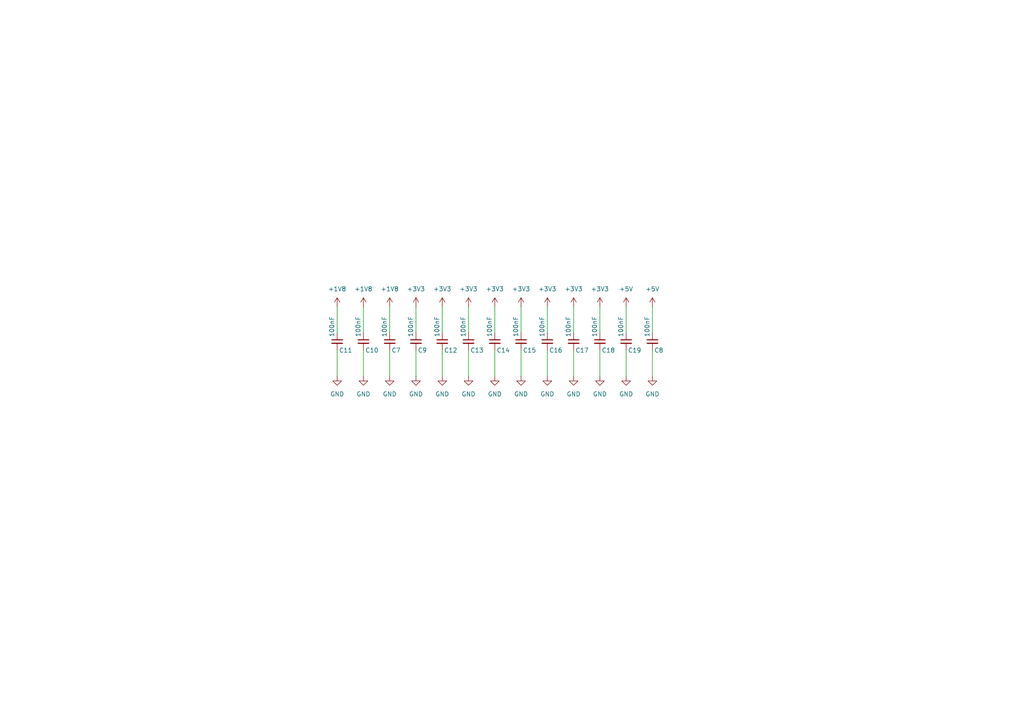
<source format=kicad_sch>
(kicad_sch (version 20231120) (generator "eeschema") (generator_version "8.0")
  (paper "A4")
  (title_block (title "Pi Compute Module 3 Minimum Viable Board") (date "2024-03-28") (rev "1") (company "Designed by: Kuro"))
  (lib_symbols
    (symbol "Device:C_Small" (pin_numbers hide) (pin_names (offset 0.254) hide)
      (property "Reference" "C" (at 0.254 1.778 0))
      (property "Value" "C_Small" (at 0.254 -2.032 0))
      (symbol "C_Small_0_1"
        (polyline (pts (xy -1.524 -0.508) (xy 1.524 -0.508)) (stroke (width 0.3302)))
        (polyline (pts (xy -1.524 0.508) (xy 1.524 0.508)) (stroke (width 0.3048)))
      )
      (symbol "C_Small_1_1"
        (pin passive line (at 0 2.54 270) (length 2.032) (name "~") (number "1"))
        (pin passive line (at 0 -2.54 90) (length 2.032) (name "~") (number "2"))
      )
    )
    (symbol "power:+1V8" (power) (pin_numbers hide) (pin_names (offset 0) hide)
      (property "Value" "+1V8" (at 0 3.556 0))
      (symbol "+1V8_0_1"
        (polyline (pts (xy -0.762 1.27) (xy 0 2.54)))
        (polyline (pts (xy 0 0) (xy 0 2.54)))
        (polyline (pts (xy 0 2.54) (xy 0.762 1.27)))
      )
      (symbol "+1V8_1_1"
        (pin power_in line (at 0 0 90) (length 0) (name "~") (number "1"))
      )
    )
    (symbol "power:+3V3" (power) (pin_numbers hide) (pin_names (offset 0) hide)
      (property "Value" "+3V3" (at 0 3.556 0))
      (symbol "+3V3_0_1"
        (polyline (pts (xy -0.762 1.27) (xy 0 2.54)))
        (polyline (pts (xy 0 0) (xy 0 2.54)))
        (polyline (pts (xy 0 2.54) (xy 0.762 1.27)))
      )
      (symbol "+3V3_1_1"
        (pin power_in line (at 0 0 90) (length 0) (name "~") (number "1"))
      )
    )
    (symbol "power:+5V" (power) (pin_numbers hide) (pin_names (offset 0) hide)
      (property "Value" "+5V" (at 0 3.556 0))
      (symbol "+5V_0_1"
        (polyline (pts (xy -0.762 1.27) (xy 0 2.54)))
        (polyline (pts (xy 0 0) (xy 0 2.54)))
        (polyline (pts (xy 0 2.54) (xy 0.762 1.27)))
      )
      (symbol "+5V_1_1"
        (pin power_in line (at 0 0 90) (length 0) (name "~") (number "1"))
      )
    )
    (symbol "power:GND" (power) (pin_numbers hide) (pin_names (offset 0) hide)
      (property "Value" "GND" (at 0 -3.81 0))
      (symbol "GND_0_1"
        (polyline (pts (xy 0 0) (xy 0 -1.27) (xy 1.27 -1.27) (xy 0 -2.54) (xy -1.27 -1.27) (xy 0 -1.27)))
      )
      (symbol "GND_1_1"
        (pin power_in line (at 0 0 270) (length 0) (name "~") (number "1"))
      )
    )
  )
  (wire (pts (xy 97.79 88.9) (xy 97.79 96.52)))
  (wire (pts (xy 166.37 101.6) (xy 166.37 109.22)))
  (wire (pts (xy 151.13 88.9) (xy 151.13 96.52)))
  (wire (pts (xy 189.23 101.6) (xy 189.23 109.22)))
  (wire (pts (xy 151.13 101.6) (xy 151.13 109.22)))
  (wire (pts (xy 143.51 101.6) (xy 143.51 109.22)))
  (wire (pts (xy 135.89 88.9) (xy 135.89 96.52)))
  (wire (pts (xy 128.27 101.6) (xy 128.27 109.22)))
  (wire (pts (xy 158.75 101.6) (xy 158.75 109.22)))
  (wire (pts (xy 189.23 88.9) (xy 189.23 96.52)))
  (wire (pts (xy 181.61 88.9) (xy 181.61 96.52)))
  (wire (pts (xy 173.99 101.6) (xy 173.99 109.22)))
  (wire (pts (xy 135.89 101.6) (xy 135.89 109.22)))
  (wire (pts (xy 105.41 88.9) (xy 105.41 96.52)))
  (wire (pts (xy 166.37 88.9) (xy 166.37 96.52)))
  (wire (pts (xy 97.79 101.6) (xy 97.79 109.22)))
  (wire (pts (xy 173.99 88.9) (xy 173.99 96.52)))
  (wire (pts (xy 120.65 101.6) (xy 120.65 109.22)))
  (wire (pts (xy 181.61 101.6) (xy 181.61 109.22)))
  (wire (pts (xy 113.03 88.9) (xy 113.03 96.52)))
  (wire (pts (xy 128.27 88.9) (xy 128.27 96.52)))
  (wire (pts (xy 120.65 88.9) (xy 120.65 96.52)))
  (wire (pts (xy 113.03 101.6) (xy 113.03 109.22)))
  (wire (pts (xy 105.41 101.6) (xy 105.41 109.22)))
  (wire (pts (xy 143.51 88.9) (xy 143.51 96.52)))
  (wire (pts (xy 158.75 88.9) (xy 158.75 96.52)))
  (symbol (lib_id "power:GND") (at 181.61 109.22 0) (unit 1)
    (property "Reference" "#PWR063" (effects (hide yes)))
    (property "Value" "GND" (at 181.61 114.3 0))
    (property "Description" "Power symbol creates a global label with name \"GND\" , ground" (effects (hide yes)))
  )
  (symbol (lib_id "power:GND") (at 173.99 109.22 0) (unit 1)
    (property "Reference" "#PWR061" (effects (hide yes)))
    (property "Value" "GND" (at 173.99 114.3 0))
    (property "Description" "Power symbol creates a global label with name \"GND\" , ground" (effects (hide yes)))
  )
  (symbol (lib_id "Device:C_Small") (at 189.23 99.06 0) (unit 1)
    (property "Reference" "C8" (at 189.738 101.6 0) (effects (justify left)))
    (property "Value" "100nF" (at 187.706 97.79 90) (effects (justify left)))
    (property "Footprint" "Capacitor_SMD:C_0805_2012Metric" (effects (hide yes)))
    (property "Description" "Unpolarized capacitor, small symbol" (effects (hide yes)))
  )
  (symbol (lib_id "power:GND") (at 166.37 109.22 0) (unit 1)
    (property "Reference" "#PWR059" (effects (hide yes)))
    (property "Value" "GND" (at 166.37 114.3 0))
    (property "Description" "Power symbol creates a global label with name \"GND\" , ground" (effects (hide yes)))
  )
  (symbol (lib_id "power:+1V8") (at 105.41 88.9 0) (unit 1)
    (property "Reference" "#PWR044" (effects (hide yes)))
    (property "Value" "+1V8" (at 105.41 83.82 0))
    (property "Description" "Power symbol creates a global label with name \"+1V8\"" (effects (hide yes)))
  )
  (symbol (lib_id "power:GND") (at 143.51 109.22 0) (unit 1)
    (property "Reference" "#PWR053" (effects (hide yes)))
    (property "Value" "GND" (at 143.51 114.3 0))
    (property "Description" "Power symbol creates a global label with name \"GND\" , ground" (effects (hide yes)))
  )
  (symbol (lib_id "power:GND") (at 189.23 109.22 0) (unit 1)
    (property "Reference" "#PWR043" (effects (hide yes)))
    (property "Value" "GND" (at 189.23 114.3 0))
    (property "Description" "Power symbol creates a global label with name \"GND\" , ground" (effects (hide yes)))
  )
  (symbol (lib_id "power:+3V3") (at 128.27 88.9 0) (unit 1)
    (property "Reference" "#PWR048" (effects (hide yes)))
    (property "Value" "+3V3" (at 128.27 83.82 0))
    (property "Description" "Power symbol creates a global label with name \"+3V3\"" (effects (hide yes)))
  )
  (symbol (lib_id "power:+3V3") (at 173.99 88.9 0) (unit 1)
    (property "Reference" "#PWR060" (effects (hide yes)))
    (property "Value" "+3V3" (at 173.99 83.82 0))
    (property "Description" "Power symbol creates a global label with name \"+3V3\"" (effects (hide yes)))
  )
  (symbol (lib_id "Device:C_Small") (at 97.79 99.06 0) (unit 1)
    (property "Reference" "C11" (at 98.298 101.6 0) (effects (justify left)))
    (property "Value" "100nF" (at 96.266 97.79 90) (effects (justify left)))
    (property "Footprint" "Capacitor_SMD:C_0805_2012Metric" (effects (hide yes)))
    (property "Description" "Unpolarized capacitor, small symbol" (effects (hide yes)))
  )
  (symbol (lib_id "power:+5V") (at 189.23 88.9 0) (unit 1)
    (property "Reference" "#PWR041" (effects (hide yes)))
    (property "Value" "+5V" (at 189.23 83.82 0))
    (property "Description" "Power symbol creates a global label with name \"+5V\"" (effects (hide yes)))
  )
  (symbol (lib_id "power:+3V3") (at 120.65 88.9 0) (unit 1)
    (property "Reference" "#PWR040" (effects (hide yes)))
    (property "Value" "+3V3" (at 120.65 83.82 0))
    (property "Description" "Power symbol creates a global label with name \"+3V3\"" (effects (hide yes)))
  )
  (symbol (lib_id "Device:C_Small") (at 173.99 99.06 0) (unit 1)
    (property "Reference" "C18" (at 174.498 101.6 0) (effects (justify left)))
    (property "Value" "100nF" (at 172.466 97.79 90) (effects (justify left)))
    (property "Footprint" "Capacitor_SMD:C_0805_2012Metric" (effects (hide yes)))
    (property "Description" "Unpolarized capacitor, small symbol" (effects (hide yes)))
  )
  (symbol (lib_id "Device:C_Small") (at 166.37 99.06 0) (unit 1)
    (property "Reference" "C17" (at 166.878 101.6 0) (effects (justify left)))
    (property "Value" "100nF" (at 164.846 97.79 90) (effects (justify left)))
    (property "Footprint" "Capacitor_SMD:C_0805_2012Metric" (effects (hide yes)))
    (property "Description" "Unpolarized capacitor, small symbol" (effects (hide yes)))
  )
  (symbol (lib_id "Device:C_Small") (at 151.13 99.06 0) (unit 1)
    (property "Reference" "C15" (at 151.638 101.6 0) (effects (justify left)))
    (property "Value" "100nF" (at 149.606 97.79 90) (effects (justify left)))
    (property "Footprint" "Capacitor_SMD:C_0805_2012Metric" (effects (hide yes)))
    (property "Description" "Unpolarized capacitor, small symbol" (effects (hide yes)))
  )
  (symbol (lib_id "Device:C_Small") (at 158.75 99.06 0) (unit 1)
    (property "Reference" "C16" (at 159.258 101.6 0) (effects (justify left)))
    (property "Value" "100nF" (at 157.226 97.79 90) (effects (justify left)))
    (property "Footprint" "Capacitor_SMD:C_0805_2012Metric" (effects (hide yes)))
    (property "Description" "Unpolarized capacitor, small symbol" (effects (hide yes)))
  )
  (symbol (lib_id "Device:C_Small") (at 143.51 99.06 0) (unit 1)
    (property "Reference" "C14" (at 144.018 101.6 0) (effects (justify left)))
    (property "Value" "100nF" (at 141.986 97.79 90) (effects (justify left)))
    (property "Footprint" "Capacitor_SMD:C_0805_2012Metric" (effects (hide yes)))
    (property "Description" "Unpolarized capacitor, small symbol" (effects (hide yes)))
  )
  (symbol (lib_id "power:GND") (at 158.75 109.22 0) (unit 1)
    (property "Reference" "#PWR057" (effects (hide yes)))
    (property "Value" "GND" (at 158.75 114.3 0))
    (property "Description" "Power symbol creates a global label with name \"GND\" , ground" (effects (hide yes)))
  )
  (symbol (lib_id "power:+1V8") (at 97.79 88.9 0) (unit 1)
    (property "Reference" "#PWR046" (effects (hide yes)))
    (property "Value" "+1V8" (at 97.79 83.82 0))
    (property "Description" "Power symbol creates a global label with name \"+1V8\"" (effects (hide yes)))
  )
  (symbol (lib_id "power:+3V3") (at 158.75 88.9 0) (unit 1)
    (property "Reference" "#PWR056" (effects (hide yes)))
    (property "Value" "+3V3" (at 158.75 83.82 0))
    (property "Description" "Power symbol creates a global label with name \"+3V3\"" (effects (hide yes)))
  )
  (symbol (lib_id "power:GND") (at 113.03 109.22 0) (unit 1)
    (property "Reference" "#PWR038" (effects (hide yes)))
    (property "Value" "GND" (at 113.03 114.3 0))
    (property "Description" "Power symbol creates a global label with name \"GND\" , ground" (effects (hide yes)))
  )
  (symbol (lib_id "Device:C_Small") (at 181.61 99.06 0) (unit 1)
    (property "Reference" "C19" (at 182.118 101.6 0) (effects (justify left)))
    (property "Value" "100nF" (at 180.086 97.79 90) (effects (justify left)))
    (property "Footprint" "Capacitor_SMD:C_0805_2012Metric" (effects (hide yes)))
    (property "Description" "Unpolarized capacitor, small symbol" (effects (hide yes)))
  )
  (symbol (lib_id "power:GND") (at 120.65 109.22 0) (unit 1)
    (property "Reference" "#PWR042" (effects (hide yes)))
    (property "Value" "GND" (at 120.65 114.3 0))
    (property "Description" "Power symbol creates a global label with name \"GND\" , ground" (effects (hide yes)))
  )
  (symbol (lib_id "power:GND") (at 135.89 109.22 0) (unit 1)
    (property "Reference" "#PWR051" (effects (hide yes)))
    (property "Value" "GND" (at 135.89 114.3 0))
    (property "Description" "Power symbol creates a global label with name \"GND\" , ground" (effects (hide yes)))
  )
  (symbol (lib_id "power:GND") (at 105.41 109.22 0) (unit 1)
    (property "Reference" "#PWR045" (effects (hide yes)))
    (property "Value" "GND" (at 105.41 114.3 0))
    (property "Description" "Power symbol creates a global label with name \"GND\" , ground" (effects (hide yes)))
  )
  (symbol (lib_id "power:+3V3") (at 151.13 88.9 0) (unit 1)
    (property "Reference" "#PWR054" (effects (hide yes)))
    (property "Value" "+3V3" (at 151.13 83.82 0))
    (property "Description" "Power symbol creates a global label with name \"+3V3\"" (effects (hide yes)))
  )
  (symbol (lib_id "power:GND") (at 97.79 109.22 0) (unit 1)
    (property "Reference" "#PWR047" (effects (hide yes)))
    (property "Value" "GND" (at 97.79 114.3 0))
    (property "Description" "Power symbol creates a global label with name \"GND\" , ground" (effects (hide yes)))
  )
  (symbol (lib_id "power:+3V3") (at 143.51 88.9 0) (unit 1)
    (property "Reference" "#PWR052" (effects (hide yes)))
    (property "Value" "+3V3" (at 143.51 83.82 0))
    (property "Description" "Power symbol creates a global label with name \"+3V3\"" (effects (hide yes)))
  )
  (symbol (lib_id "power:+3V3") (at 135.89 88.9 0) (unit 1)
    (property "Reference" "#PWR050" (effects (hide yes)))
    (property "Value" "+3V3" (at 135.89 83.82 0))
    (property "Description" "Power symbol creates a global label with name \"+3V3\"" (effects (hide yes)))
  )
  (symbol (lib_id "power:+3V3") (at 166.37 88.9 0) (unit 1)
    (property "Reference" "#PWR058" (effects (hide yes)))
    (property "Value" "+3V3" (at 166.37 83.82 0))
    (property "Description" "Power symbol creates a global label with name \"+3V3\"" (effects (hide yes)))
  )
  (symbol (lib_id "power:+1V8") (at 113.03 88.9 0) (unit 1)
    (property "Reference" "#PWR039" (effects (hide yes)))
    (property "Value" "+1V8" (at 113.03 83.82 0))
    (property "Description" "Power symbol creates a global label with name \"+1V8\"" (effects (hide yes)))
  )
  (symbol (lib_id "Device:C_Small") (at 105.41 99.06 0) (unit 1)
    (property "Reference" "C10" (at 105.918 101.6 0) (effects (justify left)))
    (property "Value" "100nF" (at 103.886 97.79 90) (effects (justify left)))
    (property "Footprint" "Capacitor_SMD:C_0805_2012Metric" (effects (hide yes)))
    (property "Description" "Unpolarized capacitor, small symbol" (effects (hide yes)))
  )
  (symbol (lib_id "Device:C_Small") (at 120.65 99.06 0) (unit 1)
    (property "Reference" "C9" (at 121.158 101.6 0) (effects (justify left)))
    (property "Value" "100nF" (at 119.126 97.79 90) (effects (justify left)))
    (property "Footprint" "Capacitor_SMD:C_0805_2012Metric" (effects (hide yes)))
    (property "Description" "Unpolarized capacitor, small symbol" (effects (hide yes)))
  )
  (symbol (lib_id "Device:C_Small") (at 128.27 99.06 0) (unit 1)
    (property "Reference" "C12" (at 128.778 101.6 0) (effects (justify left)))
    (property "Value" "100nF" (at 126.746 97.79 90) (effects (justify left)))
    (property "Footprint" "Capacitor_SMD:C_0805_2012Metric" (effects (hide yes)))
    (property "Description" "Unpolarized capacitor, small symbol" (effects (hide yes)))
  )
  (symbol (lib_id "Device:C_Small") (at 135.89 99.06 0) (unit 1)
    (property "Reference" "C13" (at 136.398 101.6 0) (effects (justify left)))
    (property "Value" "100nF" (at 134.366 97.79 90) (effects (justify left)))
    (property "Footprint" "Capacitor_SMD:C_0805_2012Metric" (effects (hide yes)))
    (property "Description" "Unpolarized capacitor, small symbol" (effects (hide yes)))
  )
  (symbol (lib_id "power:+5V") (at 181.61 88.9 0) (unit 1)
    (property "Reference" "#PWR062" (effects (hide yes)))
    (property "Value" "+5V" (at 181.61 83.82 0))
    (property "Description" "Power symbol creates a global label with name \"+5V\"" (effects (hide yes)))
  )
  (symbol (lib_id "power:GND") (at 151.13 109.22 0) (unit 1)
    (property "Reference" "#PWR055" (effects (hide yes)))
    (property "Value" "GND" (at 151.13 114.3 0))
    (property "Description" "Power symbol creates a global label with name \"GND\" , ground" (effects (hide yes)))
  )
  (symbol (lib_id "Device:C_Small") (at 113.03 99.06 0) (unit 1)
    (property "Reference" "C7" (at 113.538 101.6 0) (effects (justify left)))
    (property "Value" "100nF" (at 111.506 97.79 90) (effects (justify left)))
    (property "Footprint" "Capacitor_SMD:C_0805_2012Metric" (effects (hide yes)))
    (property "Description" "Unpolarized capacitor, small symbol" (effects (hide yes)))
  )
  (symbol (lib_id "power:GND") (at 128.27 109.22 0) (unit 1)
    (property "Reference" "#PWR049" (effects (hide yes)))
    (property "Value" "GND" (at 128.27 114.3 0))
    (property "Description" "Power symbol creates a global label with name \"GND\" , ground" (effects (hide yes)))
  )
)
</source>
